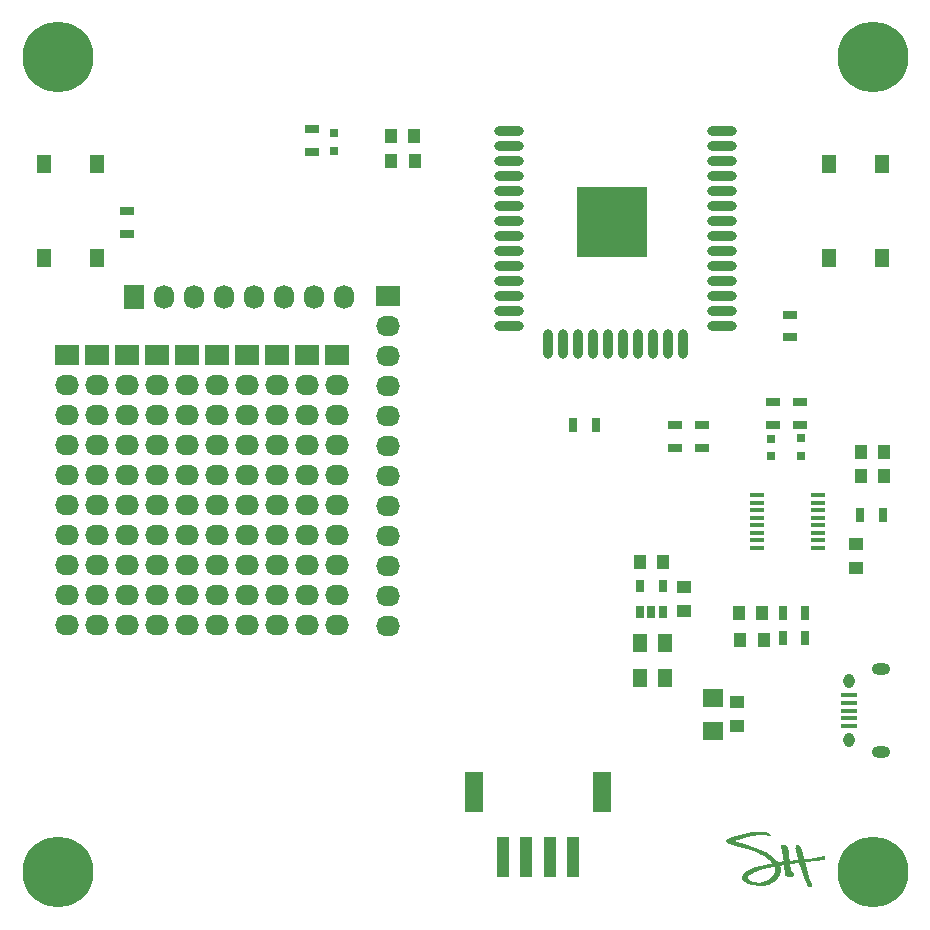
<source format=gbr>
G04 #@! TF.FileFunction,Soldermask,Top*
%FSLAX46Y46*%
G04 Gerber Fmt 4.6, Leading zero omitted, Abs format (unit mm)*
G04 Created by KiCad (PCBNEW 4.0.7) date 02/28/18 12:52:47*
%MOMM*%
%LPD*%
G01*
G04 APERTURE LIST*
%ADD10C,0.100000*%
%ADD11C,0.010000*%
%ADD12C,6.000000*%
%ADD13R,2.032000X1.727200*%
%ADD14O,2.032000X1.727200*%
%ADD15R,1.000000X1.250000*%
%ADD16R,0.797560X0.797560*%
%ADD17R,1.803400X1.600200*%
%ADD18R,1.000000X3.500000*%
%ADD19R,1.600000X3.400000*%
%ADD20R,1.350000X0.400000*%
%ADD21O,0.950000X1.250000*%
%ADD22O,1.550000X1.000000*%
%ADD23R,1.300000X1.550000*%
%ADD24R,0.650000X1.060000*%
%ADD25R,1.200000X0.400000*%
%ADD26O,2.500000X0.900000*%
%ADD27O,0.900000X2.500000*%
%ADD28R,6.000000X6.000000*%
%ADD29R,1.250000X1.000000*%
%ADD30R,0.700000X1.300000*%
%ADD31R,1.300000X0.700000*%
%ADD32R,1.200000X1.500000*%
%ADD33R,1.727200X2.032000*%
%ADD34O,1.727200X2.032000*%
G04 APERTURE END LIST*
D10*
D11*
G36*
X160015781Y-165605526D02*
X160068434Y-165634793D01*
X160109432Y-165658469D01*
X160141237Y-165678221D01*
X160166312Y-165695719D01*
X160187120Y-165712630D01*
X160206123Y-165730624D01*
X160216887Y-165741787D01*
X160232248Y-165760174D01*
X160248604Y-165782913D01*
X160263554Y-165806174D01*
X160274701Y-165826130D01*
X160279643Y-165838952D01*
X160279260Y-165841322D01*
X160271215Y-165840370D01*
X160251209Y-165836152D01*
X160222638Y-165829416D01*
X160201627Y-165824182D01*
X160108252Y-165803474D01*
X160003734Y-165785641D01*
X159892661Y-165771399D01*
X159816333Y-165764178D01*
X159756176Y-165760695D01*
X159683871Y-165758745D01*
X159603064Y-165758258D01*
X159517400Y-165759160D01*
X159430524Y-165761381D01*
X159346082Y-165764848D01*
X159267720Y-165769490D01*
X159199082Y-165775236D01*
X159186312Y-165776569D01*
X158935744Y-165809933D01*
X158676662Y-165856462D01*
X158409335Y-165916095D01*
X158134030Y-165988771D01*
X157851014Y-166074429D01*
X157799691Y-166091084D01*
X157732196Y-166113512D01*
X157662564Y-166137205D01*
X157592403Y-166161567D01*
X157523323Y-166186004D01*
X157456935Y-166209921D01*
X157394846Y-166232721D01*
X157338668Y-166253810D01*
X157290009Y-166272593D01*
X157250479Y-166288474D01*
X157221688Y-166300859D01*
X157205245Y-166309152D01*
X157201937Y-166312127D01*
X157204755Y-166314310D01*
X157213698Y-166318303D01*
X157229501Y-166324348D01*
X157252896Y-166332685D01*
X157284619Y-166343557D01*
X157325404Y-166357205D01*
X157375984Y-166373870D01*
X157437094Y-166393794D01*
X157509467Y-166417218D01*
X157593838Y-166444383D01*
X157690940Y-166475532D01*
X157801509Y-166510905D01*
X157926277Y-166550743D01*
X157963937Y-166562757D01*
X158119342Y-166612465D01*
X158260842Y-166658047D01*
X158389735Y-166699948D01*
X158507318Y-166738618D01*
X158614887Y-166774503D01*
X158713741Y-166808050D01*
X158805177Y-166839707D01*
X158890490Y-166869922D01*
X158970980Y-166899142D01*
X159047942Y-166927814D01*
X159122674Y-166956386D01*
X159196474Y-166985305D01*
X159243978Y-167004267D01*
X159466854Y-167097607D01*
X159674730Y-167192599D01*
X159868440Y-167289766D01*
X160048819Y-167389632D01*
X160216701Y-167492719D01*
X160372921Y-167599551D01*
X160518314Y-167710651D01*
X160653715Y-167826543D01*
X160779957Y-167947749D01*
X160827023Y-167996716D01*
X160856834Y-168028822D01*
X160885262Y-168060116D01*
X160909149Y-168087082D01*
X160925338Y-168106203D01*
X160925720Y-168106679D01*
X160952406Y-168140014D01*
X161015906Y-168135951D01*
X161048058Y-168132287D01*
X161090267Y-168125198D01*
X161137339Y-168115661D01*
X161184078Y-168104656D01*
X161189694Y-168103211D01*
X161249647Y-168088753D01*
X161307071Y-168077014D01*
X161359306Y-168068387D01*
X161403692Y-168063268D01*
X161437569Y-168062050D01*
X161454682Y-168063983D01*
X161473953Y-168068820D01*
X161468833Y-167990363D01*
X161460619Y-167883435D01*
X161449994Y-167780586D01*
X161436417Y-167678284D01*
X161419344Y-167572994D01*
X161398235Y-167461184D01*
X161372548Y-167339318D01*
X161361279Y-167288775D01*
X161337692Y-167183941D01*
X161317482Y-167093172D01*
X161300355Y-167015089D01*
X161286016Y-166948311D01*
X161274172Y-166891459D01*
X161264529Y-166843153D01*
X161256792Y-166802014D01*
X161253287Y-166782199D01*
X161246627Y-166743789D01*
X161243836Y-166717839D01*
X161247024Y-166701031D01*
X161258304Y-166690046D01*
X161279787Y-166681566D01*
X161313586Y-166672275D01*
X161325235Y-166669159D01*
X161400263Y-166655390D01*
X161470230Y-166655656D01*
X161534200Y-166669791D01*
X161591234Y-166697628D01*
X161623458Y-166722371D01*
X161657009Y-166756775D01*
X161687432Y-166797339D01*
X161714979Y-166845008D01*
X161739900Y-166900729D01*
X161762446Y-166965448D01*
X161782868Y-167040111D01*
X161801418Y-167125664D01*
X161818345Y-167223054D01*
X161833901Y-167333225D01*
X161848337Y-167457124D01*
X161861904Y-167595698D01*
X161865307Y-167634093D01*
X161870859Y-167697048D01*
X161876350Y-167757611D01*
X161881535Y-167813203D01*
X161886168Y-167861246D01*
X161890004Y-167899162D01*
X161892799Y-167924374D01*
X161893226Y-167927781D01*
X161896903Y-167957875D01*
X161899586Y-167983246D01*
X161900692Y-167998332D01*
X161901571Y-168003801D01*
X161905490Y-168007626D01*
X161914681Y-168009982D01*
X161931374Y-168011042D01*
X161957804Y-168010980D01*
X161996202Y-168009969D01*
X162033890Y-168008705D01*
X162161231Y-168000278D01*
X162286233Y-167984409D01*
X162293843Y-167983173D01*
X162379479Y-167970972D01*
X162464533Y-167963055D01*
X162556836Y-167958706D01*
X162563718Y-167958518D01*
X162706593Y-167954780D01*
X162705995Y-167885718D01*
X162705228Y-167860228D01*
X162703092Y-167834423D01*
X162699159Y-167806543D01*
X162693001Y-167774825D01*
X162684192Y-167737509D01*
X162672303Y-167692835D01*
X162656907Y-167639042D01*
X162637577Y-167574368D01*
X162613885Y-167497053D01*
X162603477Y-167463437D01*
X162568890Y-167349415D01*
X162540148Y-167249034D01*
X162516995Y-167161281D01*
X162499172Y-167085141D01*
X162486422Y-167019602D01*
X162480415Y-166979787D01*
X162474675Y-166902287D01*
X162479032Y-166836633D01*
X162493435Y-166782946D01*
X162517837Y-166741346D01*
X162552187Y-166711953D01*
X162596436Y-166694888D01*
X162597496Y-166694657D01*
X162645552Y-166690721D01*
X162691216Y-166700377D01*
X162734975Y-166724029D01*
X162777314Y-166762080D01*
X162818718Y-166814937D01*
X162859674Y-166883002D01*
X162885836Y-166934650D01*
X162916550Y-167004357D01*
X162946201Y-167082979D01*
X162975151Y-167171751D01*
X163003762Y-167271910D01*
X163032396Y-167384693D01*
X163061416Y-167511335D01*
X163079337Y-167595321D01*
X163090742Y-167650001D01*
X163101899Y-167703319D01*
X163112110Y-167751965D01*
X163120681Y-167792626D01*
X163126916Y-167821991D01*
X163128159Y-167827787D01*
X163140808Y-167886542D01*
X163281962Y-167881243D01*
X163362458Y-167877433D01*
X163442046Y-167871945D01*
X163522566Y-167864512D01*
X163605860Y-167854861D01*
X163693767Y-167842725D01*
X163788129Y-167827832D01*
X163890785Y-167809913D01*
X164003578Y-167788699D01*
X164128346Y-167763918D01*
X164242500Y-167740411D01*
X164375014Y-167713216D01*
X164493451Y-167689855D01*
X164597584Y-167670368D01*
X164687183Y-167654794D01*
X164762019Y-167643176D01*
X164821863Y-167635552D01*
X164848526Y-167633060D01*
X164915012Y-167627950D01*
X164920089Y-167655010D01*
X164920283Y-167688086D01*
X164910917Y-167732229D01*
X164892312Y-167786082D01*
X164884627Y-167804750D01*
X164874484Y-167828392D01*
X164867081Y-167845326D01*
X164864385Y-167851157D01*
X164855954Y-167853360D01*
X164833058Y-167857296D01*
X164796995Y-167862800D01*
X164749062Y-167869705D01*
X164690554Y-167877845D01*
X164622769Y-167887054D01*
X164547003Y-167897166D01*
X164464553Y-167908013D01*
X164376716Y-167919429D01*
X164284788Y-167931249D01*
X164190066Y-167943305D01*
X164093846Y-167955432D01*
X163997426Y-167967463D01*
X163902102Y-167979232D01*
X163809171Y-167990571D01*
X163719929Y-168001316D01*
X163635674Y-168011300D01*
X163557701Y-168020355D01*
X163487307Y-168028317D01*
X163460750Y-168031247D01*
X163398130Y-168038154D01*
X163340744Y-168044597D01*
X163290445Y-168050359D01*
X163249091Y-168055222D01*
X163218536Y-168058969D01*
X163200635Y-168061383D01*
X163196635Y-168062156D01*
X163198309Y-168070025D01*
X163204327Y-168090567D01*
X163213949Y-168121416D01*
X163226438Y-168160206D01*
X163241054Y-168204571D01*
X163241679Y-168206448D01*
X163261259Y-168266689D01*
X163280060Y-168327807D01*
X163298571Y-168391691D01*
X163317285Y-168460229D01*
X163336691Y-168535308D01*
X163357281Y-168618817D01*
X163379544Y-168712644D01*
X163403973Y-168818678D01*
X163425050Y-168911982D01*
X163445698Y-169003792D01*
X163463464Y-169082156D01*
X163478851Y-169149137D01*
X163492364Y-169206800D01*
X163504507Y-169257208D01*
X163515786Y-169302424D01*
X163526703Y-169344511D01*
X163537765Y-169385534D01*
X163549476Y-169427555D01*
X163560906Y-169467656D01*
X163580699Y-169534288D01*
X163598707Y-169589184D01*
X163616450Y-169636136D01*
X163635442Y-169678935D01*
X163657200Y-169721375D01*
X163675181Y-169753406D01*
X163709182Y-169813616D01*
X163735405Y-169863218D01*
X163755029Y-169904710D01*
X163769236Y-169940589D01*
X163779205Y-169973352D01*
X163779308Y-169973750D01*
X163786700Y-170016826D01*
X163787841Y-170060256D01*
X163783303Y-170100751D01*
X163773663Y-170135025D01*
X163759492Y-170159791D01*
X163744915Y-170170691D01*
X163713034Y-170176817D01*
X163672732Y-170175740D01*
X163629601Y-170167714D01*
X163620320Y-170165051D01*
X163583959Y-170147260D01*
X163546408Y-170117248D01*
X163510798Y-170078070D01*
X163480258Y-170032783D01*
X163474996Y-170023188D01*
X163462177Y-169996949D01*
X163445803Y-169960643D01*
X163427967Y-169919038D01*
X163410763Y-169876905D01*
X163410540Y-169876344D01*
X163393386Y-169833617D01*
X163372170Y-169781599D01*
X163349073Y-169725596D01*
X163326278Y-169670914D01*
X163315595Y-169645534D01*
X163275368Y-169547662D01*
X163231380Y-169435500D01*
X163183544Y-169308819D01*
X163131777Y-169167394D01*
X163075994Y-169010997D01*
X163043466Y-168918217D01*
X162999775Y-168792977D01*
X162960939Y-168681832D01*
X162926633Y-168583867D01*
X162896538Y-168498170D01*
X162870330Y-168423827D01*
X162847687Y-168359925D01*
X162828287Y-168305550D01*
X162811808Y-168259789D01*
X162797927Y-168221730D01*
X162794907Y-168213531D01*
X162759737Y-168118281D01*
X162721259Y-168119618D01*
X162702284Y-168120934D01*
X162669728Y-168123921D01*
X162625771Y-168128334D01*
X162572589Y-168133924D01*
X162512362Y-168140445D01*
X162447267Y-168147650D01*
X162379484Y-168155293D01*
X162311189Y-168163127D01*
X162244562Y-168170904D01*
X162181781Y-168178378D01*
X162125023Y-168185302D01*
X162076468Y-168191429D01*
X162038293Y-168196513D01*
X162021984Y-168198854D01*
X161932687Y-168212223D01*
X161932687Y-168257342D01*
X161934066Y-168280121D01*
X161937886Y-168314904D01*
X161943672Y-168358092D01*
X161950951Y-168406086D01*
X161957356Y-168444528D01*
X161969153Y-168517899D01*
X161977133Y-168581684D01*
X161981885Y-168641545D01*
X161983952Y-168700218D01*
X161985120Y-168747827D01*
X161986927Y-168781923D01*
X161989638Y-168804867D01*
X161993515Y-168819015D01*
X161997982Y-168825946D01*
X162008843Y-168834737D01*
X162030070Y-168850295D01*
X162058817Y-168870587D01*
X162092239Y-168893580D01*
X162100042Y-168898870D01*
X162147967Y-168932983D01*
X162183599Y-168962992D01*
X162209038Y-168991497D01*
X162226382Y-169021094D01*
X162237730Y-169054383D01*
X162242093Y-169074750D01*
X162246772Y-169132621D01*
X162238130Y-169181885D01*
X162216171Y-169222523D01*
X162206502Y-169233529D01*
X162175272Y-169261242D01*
X162142235Y-169280655D01*
X162103897Y-169292929D01*
X162056767Y-169299223D01*
X162004125Y-169300734D01*
X161956818Y-169299622D01*
X161913485Y-169296066D01*
X161870331Y-169289343D01*
X161823563Y-169278735D01*
X161769389Y-169263519D01*
X161709540Y-169244766D01*
X161624303Y-169217210D01*
X161612325Y-169163839D01*
X161595141Y-169081270D01*
X161577872Y-168987085D01*
X161561212Y-168885523D01*
X161545856Y-168780824D01*
X161532497Y-168677227D01*
X161532102Y-168673906D01*
X161528188Y-168639360D01*
X161523622Y-168596570D01*
X161518679Y-168548375D01*
X161513630Y-168497613D01*
X161508748Y-168447123D01*
X161504305Y-168399744D01*
X161500576Y-168358316D01*
X161497831Y-168325676D01*
X161496344Y-168304664D01*
X161496157Y-168299644D01*
X161490469Y-168296077D01*
X161472601Y-168297018D01*
X161441286Y-168302576D01*
X161427384Y-168305530D01*
X161403560Y-168311064D01*
X161370320Y-168319234D01*
X161330338Y-168329336D01*
X161286290Y-168340665D01*
X161240850Y-168352518D01*
X161196696Y-168364192D01*
X161156500Y-168374982D01*
X161122940Y-168384184D01*
X161098689Y-168391096D01*
X161086424Y-168395012D01*
X161085510Y-168395468D01*
X161087497Y-168402992D01*
X161094400Y-168421523D01*
X161104865Y-168447485D01*
X161108259Y-168455621D01*
X161139965Y-168551114D01*
X161158042Y-168653208D01*
X161162485Y-168760350D01*
X161153287Y-168870991D01*
X161130444Y-168983581D01*
X161110407Y-169050767D01*
X161059640Y-169178675D01*
X160994874Y-169302186D01*
X160917552Y-169419404D01*
X160829119Y-169528434D01*
X160731020Y-169627381D01*
X160624699Y-169714350D01*
X160581629Y-169744405D01*
X160442256Y-169827618D01*
X160294127Y-169897645D01*
X160137355Y-169954467D01*
X159972052Y-169998063D01*
X159798329Y-170028415D01*
X159616300Y-170045503D01*
X159426077Y-170049309D01*
X159227771Y-170039812D01*
X159021496Y-170016993D01*
X159007718Y-170015035D01*
X158835689Y-169986165D01*
X158678323Y-169951234D01*
X158535608Y-169910239D01*
X158407535Y-169863176D01*
X158338574Y-169832437D01*
X158261257Y-169793437D01*
X158196124Y-169755978D01*
X158139908Y-169717947D01*
X158089345Y-169677229D01*
X158065973Y-169655968D01*
X158020157Y-169608586D01*
X157986826Y-169563788D01*
X157963765Y-169518174D01*
X157951689Y-169480659D01*
X157947356Y-169461921D01*
X158378114Y-169461921D01*
X158385085Y-169498101D01*
X158400875Y-169530992D01*
X158427269Y-169564585D01*
X158456829Y-169594277D01*
X158508675Y-169635554D01*
X158574419Y-169675469D01*
X158652096Y-169713359D01*
X158739745Y-169748560D01*
X158835401Y-169780411D01*
X158937103Y-169808249D01*
X159042888Y-169831410D01*
X159150792Y-169849232D01*
X159242956Y-169859710D01*
X159302485Y-169864426D01*
X159351848Y-169866767D01*
X159396578Y-169866743D01*
X159442203Y-169864365D01*
X159489080Y-169860172D01*
X159622172Y-169840317D01*
X159753600Y-169808392D01*
X159882099Y-169765285D01*
X160006406Y-169711884D01*
X160125255Y-169649077D01*
X160237382Y-169577752D01*
X160341522Y-169498796D01*
X160436412Y-169413097D01*
X160520785Y-169321543D01*
X160593378Y-169225021D01*
X160652927Y-169124420D01*
X160698166Y-169020628D01*
X160702460Y-169008332D01*
X160722660Y-168941745D01*
X160735416Y-168880148D01*
X160741892Y-168816372D01*
X160743329Y-168756359D01*
X160735321Y-168650091D01*
X160711668Y-168546459D01*
X160686454Y-168477000D01*
X160671719Y-168442134D01*
X160661284Y-168419732D01*
X160653207Y-168407663D01*
X160645548Y-168403795D01*
X160636368Y-168405994D01*
X160626271Y-168410865D01*
X160608124Y-168417884D01*
X160579525Y-168426714D01*
X160545543Y-168435834D01*
X160531718Y-168439191D01*
X160382290Y-168474357D01*
X160247226Y-168506303D01*
X160125417Y-168535348D01*
X160015750Y-168561811D01*
X159917115Y-168586011D01*
X159828402Y-168608267D01*
X159748498Y-168628896D01*
X159676294Y-168648219D01*
X159610679Y-168666554D01*
X159550541Y-168684219D01*
X159494770Y-168701534D01*
X159442255Y-168718816D01*
X159391885Y-168736386D01*
X159342549Y-168754562D01*
X159293135Y-168773663D01*
X159242535Y-168794006D01*
X159189635Y-168815912D01*
X159133326Y-168839699D01*
X159127675Y-168842104D01*
X158993852Y-168900976D01*
X158875023Y-168957306D01*
X158770572Y-169011447D01*
X158679883Y-169063754D01*
X158602341Y-169114580D01*
X158537332Y-169164278D01*
X158487812Y-169209560D01*
X158442262Y-169260286D01*
X158409973Y-169307901D01*
X158389476Y-169355205D01*
X158379299Y-169405001D01*
X158378177Y-169418463D01*
X158378114Y-169461921D01*
X157947356Y-169461921D01*
X157945349Y-169453244D01*
X157942898Y-169431394D01*
X157944311Y-169408610D01*
X157949567Y-169378395D01*
X157951299Y-169369798D01*
X157969651Y-169306298D01*
X157999229Y-169237038D01*
X158038213Y-169165307D01*
X158084786Y-169094394D01*
X158137129Y-169027587D01*
X158146451Y-169016896D01*
X158197873Y-168966085D01*
X158263127Y-168913478D01*
X158340438Y-168860173D01*
X158428030Y-168807267D01*
X158524125Y-168755858D01*
X158626948Y-168707043D01*
X158695582Y-168677621D01*
X158763074Y-168650793D01*
X158832758Y-168625011D01*
X158905840Y-168599959D01*
X158983521Y-168575321D01*
X159067008Y-168550781D01*
X159157503Y-168526022D01*
X159256211Y-168500726D01*
X159364336Y-168474579D01*
X159483083Y-168447263D01*
X159613654Y-168418462D01*
X159757255Y-168387859D01*
X159915090Y-168355138D01*
X159948312Y-168348344D01*
X160056775Y-168326036D01*
X160157765Y-168304919D01*
X160249983Y-168285277D01*
X160332133Y-168267392D01*
X160402916Y-168251549D01*
X160461035Y-168238030D01*
X160505192Y-168227119D01*
X160514209Y-168224750D01*
X160544325Y-168216699D01*
X160518240Y-168183365D01*
X160495503Y-168156426D01*
X160463308Y-168121196D01*
X160423997Y-168080002D01*
X160379909Y-168035175D01*
X160333386Y-167989043D01*
X160286769Y-167943937D01*
X160242397Y-167902184D01*
X160202613Y-167866116D01*
X160178500Y-167845289D01*
X159993732Y-167700124D01*
X159795772Y-167563567D01*
X159584842Y-167435737D01*
X159361165Y-167316754D01*
X159124962Y-167206739D01*
X158876458Y-167105809D01*
X158658468Y-167028171D01*
X158594612Y-167007075D01*
X158533783Y-166987628D01*
X158473728Y-166969202D01*
X158412192Y-166951169D01*
X158346921Y-166932903D01*
X158275661Y-166913773D01*
X158196158Y-166893154D01*
X158106158Y-166870416D01*
X158003406Y-166844932D01*
X157979812Y-166839127D01*
X157870804Y-166812177D01*
X157774975Y-166788095D01*
X157690017Y-166766244D01*
X157613627Y-166745988D01*
X157543498Y-166726690D01*
X157477325Y-166707715D01*
X157412803Y-166688425D01*
X157347625Y-166668184D01*
X157279487Y-166646357D01*
X157268466Y-166642775D01*
X157214028Y-166625244D01*
X157158071Y-166607553D01*
X157104762Y-166590997D01*
X157058270Y-166576871D01*
X157023343Y-166566634D01*
X156926105Y-166537898D01*
X156843483Y-166510808D01*
X156774382Y-166484739D01*
X156717708Y-166459063D01*
X156672365Y-166433155D01*
X156637259Y-166406389D01*
X156611294Y-166378138D01*
X156593375Y-166347776D01*
X156582408Y-166314678D01*
X156582366Y-166314490D01*
X156579293Y-166274166D01*
X156590442Y-166239592D01*
X156610475Y-166213928D01*
X156640204Y-166190204D01*
X156683927Y-166163915D01*
X156740097Y-166135736D01*
X156807167Y-166106343D01*
X156883591Y-166076410D01*
X156967821Y-166046615D01*
X157058312Y-166017631D01*
X157063834Y-166015955D01*
X157121619Y-165998922D01*
X157192626Y-165978741D01*
X157274645Y-165955987D01*
X157365465Y-165931237D01*
X157462877Y-165905069D01*
X157564671Y-165878060D01*
X157668637Y-165850785D01*
X157772565Y-165823823D01*
X157874245Y-165797751D01*
X157971468Y-165773144D01*
X158062022Y-165750580D01*
X158143699Y-165730637D01*
X158214289Y-165713890D01*
X158265562Y-165702237D01*
X158486209Y-165656443D01*
X158696665Y-165618832D01*
X158900117Y-165589033D01*
X159099748Y-165566679D01*
X159298745Y-165551401D01*
X159500292Y-165542831D01*
X159662562Y-165540562D01*
X159896718Y-165540034D01*
X160015781Y-165605526D01*
X160015781Y-165605526D01*
G37*
X160015781Y-165605526D02*
X160068434Y-165634793D01*
X160109432Y-165658469D01*
X160141237Y-165678221D01*
X160166312Y-165695719D01*
X160187120Y-165712630D01*
X160206123Y-165730624D01*
X160216887Y-165741787D01*
X160232248Y-165760174D01*
X160248604Y-165782913D01*
X160263554Y-165806174D01*
X160274701Y-165826130D01*
X160279643Y-165838952D01*
X160279260Y-165841322D01*
X160271215Y-165840370D01*
X160251209Y-165836152D01*
X160222638Y-165829416D01*
X160201627Y-165824182D01*
X160108252Y-165803474D01*
X160003734Y-165785641D01*
X159892661Y-165771399D01*
X159816333Y-165764178D01*
X159756176Y-165760695D01*
X159683871Y-165758745D01*
X159603064Y-165758258D01*
X159517400Y-165759160D01*
X159430524Y-165761381D01*
X159346082Y-165764848D01*
X159267720Y-165769490D01*
X159199082Y-165775236D01*
X159186312Y-165776569D01*
X158935744Y-165809933D01*
X158676662Y-165856462D01*
X158409335Y-165916095D01*
X158134030Y-165988771D01*
X157851014Y-166074429D01*
X157799691Y-166091084D01*
X157732196Y-166113512D01*
X157662564Y-166137205D01*
X157592403Y-166161567D01*
X157523323Y-166186004D01*
X157456935Y-166209921D01*
X157394846Y-166232721D01*
X157338668Y-166253810D01*
X157290009Y-166272593D01*
X157250479Y-166288474D01*
X157221688Y-166300859D01*
X157205245Y-166309152D01*
X157201937Y-166312127D01*
X157204755Y-166314310D01*
X157213698Y-166318303D01*
X157229501Y-166324348D01*
X157252896Y-166332685D01*
X157284619Y-166343557D01*
X157325404Y-166357205D01*
X157375984Y-166373870D01*
X157437094Y-166393794D01*
X157509467Y-166417218D01*
X157593838Y-166444383D01*
X157690940Y-166475532D01*
X157801509Y-166510905D01*
X157926277Y-166550743D01*
X157963937Y-166562757D01*
X158119342Y-166612465D01*
X158260842Y-166658047D01*
X158389735Y-166699948D01*
X158507318Y-166738618D01*
X158614887Y-166774503D01*
X158713741Y-166808050D01*
X158805177Y-166839707D01*
X158890490Y-166869922D01*
X158970980Y-166899142D01*
X159047942Y-166927814D01*
X159122674Y-166956386D01*
X159196474Y-166985305D01*
X159243978Y-167004267D01*
X159466854Y-167097607D01*
X159674730Y-167192599D01*
X159868440Y-167289766D01*
X160048819Y-167389632D01*
X160216701Y-167492719D01*
X160372921Y-167599551D01*
X160518314Y-167710651D01*
X160653715Y-167826543D01*
X160779957Y-167947749D01*
X160827023Y-167996716D01*
X160856834Y-168028822D01*
X160885262Y-168060116D01*
X160909149Y-168087082D01*
X160925338Y-168106203D01*
X160925720Y-168106679D01*
X160952406Y-168140014D01*
X161015906Y-168135951D01*
X161048058Y-168132287D01*
X161090267Y-168125198D01*
X161137339Y-168115661D01*
X161184078Y-168104656D01*
X161189694Y-168103211D01*
X161249647Y-168088753D01*
X161307071Y-168077014D01*
X161359306Y-168068387D01*
X161403692Y-168063268D01*
X161437569Y-168062050D01*
X161454682Y-168063983D01*
X161473953Y-168068820D01*
X161468833Y-167990363D01*
X161460619Y-167883435D01*
X161449994Y-167780586D01*
X161436417Y-167678284D01*
X161419344Y-167572994D01*
X161398235Y-167461184D01*
X161372548Y-167339318D01*
X161361279Y-167288775D01*
X161337692Y-167183941D01*
X161317482Y-167093172D01*
X161300355Y-167015089D01*
X161286016Y-166948311D01*
X161274172Y-166891459D01*
X161264529Y-166843153D01*
X161256792Y-166802014D01*
X161253287Y-166782199D01*
X161246627Y-166743789D01*
X161243836Y-166717839D01*
X161247024Y-166701031D01*
X161258304Y-166690046D01*
X161279787Y-166681566D01*
X161313586Y-166672275D01*
X161325235Y-166669159D01*
X161400263Y-166655390D01*
X161470230Y-166655656D01*
X161534200Y-166669791D01*
X161591234Y-166697628D01*
X161623458Y-166722371D01*
X161657009Y-166756775D01*
X161687432Y-166797339D01*
X161714979Y-166845008D01*
X161739900Y-166900729D01*
X161762446Y-166965448D01*
X161782868Y-167040111D01*
X161801418Y-167125664D01*
X161818345Y-167223054D01*
X161833901Y-167333225D01*
X161848337Y-167457124D01*
X161861904Y-167595698D01*
X161865307Y-167634093D01*
X161870859Y-167697048D01*
X161876350Y-167757611D01*
X161881535Y-167813203D01*
X161886168Y-167861246D01*
X161890004Y-167899162D01*
X161892799Y-167924374D01*
X161893226Y-167927781D01*
X161896903Y-167957875D01*
X161899586Y-167983246D01*
X161900692Y-167998332D01*
X161901571Y-168003801D01*
X161905490Y-168007626D01*
X161914681Y-168009982D01*
X161931374Y-168011042D01*
X161957804Y-168010980D01*
X161996202Y-168009969D01*
X162033890Y-168008705D01*
X162161231Y-168000278D01*
X162286233Y-167984409D01*
X162293843Y-167983173D01*
X162379479Y-167970972D01*
X162464533Y-167963055D01*
X162556836Y-167958706D01*
X162563718Y-167958518D01*
X162706593Y-167954780D01*
X162705995Y-167885718D01*
X162705228Y-167860228D01*
X162703092Y-167834423D01*
X162699159Y-167806543D01*
X162693001Y-167774825D01*
X162684192Y-167737509D01*
X162672303Y-167692835D01*
X162656907Y-167639042D01*
X162637577Y-167574368D01*
X162613885Y-167497053D01*
X162603477Y-167463437D01*
X162568890Y-167349415D01*
X162540148Y-167249034D01*
X162516995Y-167161281D01*
X162499172Y-167085141D01*
X162486422Y-167019602D01*
X162480415Y-166979787D01*
X162474675Y-166902287D01*
X162479032Y-166836633D01*
X162493435Y-166782946D01*
X162517837Y-166741346D01*
X162552187Y-166711953D01*
X162596436Y-166694888D01*
X162597496Y-166694657D01*
X162645552Y-166690721D01*
X162691216Y-166700377D01*
X162734975Y-166724029D01*
X162777314Y-166762080D01*
X162818718Y-166814937D01*
X162859674Y-166883002D01*
X162885836Y-166934650D01*
X162916550Y-167004357D01*
X162946201Y-167082979D01*
X162975151Y-167171751D01*
X163003762Y-167271910D01*
X163032396Y-167384693D01*
X163061416Y-167511335D01*
X163079337Y-167595321D01*
X163090742Y-167650001D01*
X163101899Y-167703319D01*
X163112110Y-167751965D01*
X163120681Y-167792626D01*
X163126916Y-167821991D01*
X163128159Y-167827787D01*
X163140808Y-167886542D01*
X163281962Y-167881243D01*
X163362458Y-167877433D01*
X163442046Y-167871945D01*
X163522566Y-167864512D01*
X163605860Y-167854861D01*
X163693767Y-167842725D01*
X163788129Y-167827832D01*
X163890785Y-167809913D01*
X164003578Y-167788699D01*
X164128346Y-167763918D01*
X164242500Y-167740411D01*
X164375014Y-167713216D01*
X164493451Y-167689855D01*
X164597584Y-167670368D01*
X164687183Y-167654794D01*
X164762019Y-167643176D01*
X164821863Y-167635552D01*
X164848526Y-167633060D01*
X164915012Y-167627950D01*
X164920089Y-167655010D01*
X164920283Y-167688086D01*
X164910917Y-167732229D01*
X164892312Y-167786082D01*
X164884627Y-167804750D01*
X164874484Y-167828392D01*
X164867081Y-167845326D01*
X164864385Y-167851157D01*
X164855954Y-167853360D01*
X164833058Y-167857296D01*
X164796995Y-167862800D01*
X164749062Y-167869705D01*
X164690554Y-167877845D01*
X164622769Y-167887054D01*
X164547003Y-167897166D01*
X164464553Y-167908013D01*
X164376716Y-167919429D01*
X164284788Y-167931249D01*
X164190066Y-167943305D01*
X164093846Y-167955432D01*
X163997426Y-167967463D01*
X163902102Y-167979232D01*
X163809171Y-167990571D01*
X163719929Y-168001316D01*
X163635674Y-168011300D01*
X163557701Y-168020355D01*
X163487307Y-168028317D01*
X163460750Y-168031247D01*
X163398130Y-168038154D01*
X163340744Y-168044597D01*
X163290445Y-168050359D01*
X163249091Y-168055222D01*
X163218536Y-168058969D01*
X163200635Y-168061383D01*
X163196635Y-168062156D01*
X163198309Y-168070025D01*
X163204327Y-168090567D01*
X163213949Y-168121416D01*
X163226438Y-168160206D01*
X163241054Y-168204571D01*
X163241679Y-168206448D01*
X163261259Y-168266689D01*
X163280060Y-168327807D01*
X163298571Y-168391691D01*
X163317285Y-168460229D01*
X163336691Y-168535308D01*
X163357281Y-168618817D01*
X163379544Y-168712644D01*
X163403973Y-168818678D01*
X163425050Y-168911982D01*
X163445698Y-169003792D01*
X163463464Y-169082156D01*
X163478851Y-169149137D01*
X163492364Y-169206800D01*
X163504507Y-169257208D01*
X163515786Y-169302424D01*
X163526703Y-169344511D01*
X163537765Y-169385534D01*
X163549476Y-169427555D01*
X163560906Y-169467656D01*
X163580699Y-169534288D01*
X163598707Y-169589184D01*
X163616450Y-169636136D01*
X163635442Y-169678935D01*
X163657200Y-169721375D01*
X163675181Y-169753406D01*
X163709182Y-169813616D01*
X163735405Y-169863218D01*
X163755029Y-169904710D01*
X163769236Y-169940589D01*
X163779205Y-169973352D01*
X163779308Y-169973750D01*
X163786700Y-170016826D01*
X163787841Y-170060256D01*
X163783303Y-170100751D01*
X163773663Y-170135025D01*
X163759492Y-170159791D01*
X163744915Y-170170691D01*
X163713034Y-170176817D01*
X163672732Y-170175740D01*
X163629601Y-170167714D01*
X163620320Y-170165051D01*
X163583959Y-170147260D01*
X163546408Y-170117248D01*
X163510798Y-170078070D01*
X163480258Y-170032783D01*
X163474996Y-170023188D01*
X163462177Y-169996949D01*
X163445803Y-169960643D01*
X163427967Y-169919038D01*
X163410763Y-169876905D01*
X163410540Y-169876344D01*
X163393386Y-169833617D01*
X163372170Y-169781599D01*
X163349073Y-169725596D01*
X163326278Y-169670914D01*
X163315595Y-169645534D01*
X163275368Y-169547662D01*
X163231380Y-169435500D01*
X163183544Y-169308819D01*
X163131777Y-169167394D01*
X163075994Y-169010997D01*
X163043466Y-168918217D01*
X162999775Y-168792977D01*
X162960939Y-168681832D01*
X162926633Y-168583867D01*
X162896538Y-168498170D01*
X162870330Y-168423827D01*
X162847687Y-168359925D01*
X162828287Y-168305550D01*
X162811808Y-168259789D01*
X162797927Y-168221730D01*
X162794907Y-168213531D01*
X162759737Y-168118281D01*
X162721259Y-168119618D01*
X162702284Y-168120934D01*
X162669728Y-168123921D01*
X162625771Y-168128334D01*
X162572589Y-168133924D01*
X162512362Y-168140445D01*
X162447267Y-168147650D01*
X162379484Y-168155293D01*
X162311189Y-168163127D01*
X162244562Y-168170904D01*
X162181781Y-168178378D01*
X162125023Y-168185302D01*
X162076468Y-168191429D01*
X162038293Y-168196513D01*
X162021984Y-168198854D01*
X161932687Y-168212223D01*
X161932687Y-168257342D01*
X161934066Y-168280121D01*
X161937886Y-168314904D01*
X161943672Y-168358092D01*
X161950951Y-168406086D01*
X161957356Y-168444528D01*
X161969153Y-168517899D01*
X161977133Y-168581684D01*
X161981885Y-168641545D01*
X161983952Y-168700218D01*
X161985120Y-168747827D01*
X161986927Y-168781923D01*
X161989638Y-168804867D01*
X161993515Y-168819015D01*
X161997982Y-168825946D01*
X162008843Y-168834737D01*
X162030070Y-168850295D01*
X162058817Y-168870587D01*
X162092239Y-168893580D01*
X162100042Y-168898870D01*
X162147967Y-168932983D01*
X162183599Y-168962992D01*
X162209038Y-168991497D01*
X162226382Y-169021094D01*
X162237730Y-169054383D01*
X162242093Y-169074750D01*
X162246772Y-169132621D01*
X162238130Y-169181885D01*
X162216171Y-169222523D01*
X162206502Y-169233529D01*
X162175272Y-169261242D01*
X162142235Y-169280655D01*
X162103897Y-169292929D01*
X162056767Y-169299223D01*
X162004125Y-169300734D01*
X161956818Y-169299622D01*
X161913485Y-169296066D01*
X161870331Y-169289343D01*
X161823563Y-169278735D01*
X161769389Y-169263519D01*
X161709540Y-169244766D01*
X161624303Y-169217210D01*
X161612325Y-169163839D01*
X161595141Y-169081270D01*
X161577872Y-168987085D01*
X161561212Y-168885523D01*
X161545856Y-168780824D01*
X161532497Y-168677227D01*
X161532102Y-168673906D01*
X161528188Y-168639360D01*
X161523622Y-168596570D01*
X161518679Y-168548375D01*
X161513630Y-168497613D01*
X161508748Y-168447123D01*
X161504305Y-168399744D01*
X161500576Y-168358316D01*
X161497831Y-168325676D01*
X161496344Y-168304664D01*
X161496157Y-168299644D01*
X161490469Y-168296077D01*
X161472601Y-168297018D01*
X161441286Y-168302576D01*
X161427384Y-168305530D01*
X161403560Y-168311064D01*
X161370320Y-168319234D01*
X161330338Y-168329336D01*
X161286290Y-168340665D01*
X161240850Y-168352518D01*
X161196696Y-168364192D01*
X161156500Y-168374982D01*
X161122940Y-168384184D01*
X161098689Y-168391096D01*
X161086424Y-168395012D01*
X161085510Y-168395468D01*
X161087497Y-168402992D01*
X161094400Y-168421523D01*
X161104865Y-168447485D01*
X161108259Y-168455621D01*
X161139965Y-168551114D01*
X161158042Y-168653208D01*
X161162485Y-168760350D01*
X161153287Y-168870991D01*
X161130444Y-168983581D01*
X161110407Y-169050767D01*
X161059640Y-169178675D01*
X160994874Y-169302186D01*
X160917552Y-169419404D01*
X160829119Y-169528434D01*
X160731020Y-169627381D01*
X160624699Y-169714350D01*
X160581629Y-169744405D01*
X160442256Y-169827618D01*
X160294127Y-169897645D01*
X160137355Y-169954467D01*
X159972052Y-169998063D01*
X159798329Y-170028415D01*
X159616300Y-170045503D01*
X159426077Y-170049309D01*
X159227771Y-170039812D01*
X159021496Y-170016993D01*
X159007718Y-170015035D01*
X158835689Y-169986165D01*
X158678323Y-169951234D01*
X158535608Y-169910239D01*
X158407535Y-169863176D01*
X158338574Y-169832437D01*
X158261257Y-169793437D01*
X158196124Y-169755978D01*
X158139908Y-169717947D01*
X158089345Y-169677229D01*
X158065973Y-169655968D01*
X158020157Y-169608586D01*
X157986826Y-169563788D01*
X157963765Y-169518174D01*
X157951689Y-169480659D01*
X157947356Y-169461921D01*
X158378114Y-169461921D01*
X158385085Y-169498101D01*
X158400875Y-169530992D01*
X158427269Y-169564585D01*
X158456829Y-169594277D01*
X158508675Y-169635554D01*
X158574419Y-169675469D01*
X158652096Y-169713359D01*
X158739745Y-169748560D01*
X158835401Y-169780411D01*
X158937103Y-169808249D01*
X159042888Y-169831410D01*
X159150792Y-169849232D01*
X159242956Y-169859710D01*
X159302485Y-169864426D01*
X159351848Y-169866767D01*
X159396578Y-169866743D01*
X159442203Y-169864365D01*
X159489080Y-169860172D01*
X159622172Y-169840317D01*
X159753600Y-169808392D01*
X159882099Y-169765285D01*
X160006406Y-169711884D01*
X160125255Y-169649077D01*
X160237382Y-169577752D01*
X160341522Y-169498796D01*
X160436412Y-169413097D01*
X160520785Y-169321543D01*
X160593378Y-169225021D01*
X160652927Y-169124420D01*
X160698166Y-169020628D01*
X160702460Y-169008332D01*
X160722660Y-168941745D01*
X160735416Y-168880148D01*
X160741892Y-168816372D01*
X160743329Y-168756359D01*
X160735321Y-168650091D01*
X160711668Y-168546459D01*
X160686454Y-168477000D01*
X160671719Y-168442134D01*
X160661284Y-168419732D01*
X160653207Y-168407663D01*
X160645548Y-168403795D01*
X160636368Y-168405994D01*
X160626271Y-168410865D01*
X160608124Y-168417884D01*
X160579525Y-168426714D01*
X160545543Y-168435834D01*
X160531718Y-168439191D01*
X160382290Y-168474357D01*
X160247226Y-168506303D01*
X160125417Y-168535348D01*
X160015750Y-168561811D01*
X159917115Y-168586011D01*
X159828402Y-168608267D01*
X159748498Y-168628896D01*
X159676294Y-168648219D01*
X159610679Y-168666554D01*
X159550541Y-168684219D01*
X159494770Y-168701534D01*
X159442255Y-168718816D01*
X159391885Y-168736386D01*
X159342549Y-168754562D01*
X159293135Y-168773663D01*
X159242535Y-168794006D01*
X159189635Y-168815912D01*
X159133326Y-168839699D01*
X159127675Y-168842104D01*
X158993852Y-168900976D01*
X158875023Y-168957306D01*
X158770572Y-169011447D01*
X158679883Y-169063754D01*
X158602341Y-169114580D01*
X158537332Y-169164278D01*
X158487812Y-169209560D01*
X158442262Y-169260286D01*
X158409973Y-169307901D01*
X158389476Y-169355205D01*
X158379299Y-169405001D01*
X158378177Y-169418463D01*
X158378114Y-169461921D01*
X157947356Y-169461921D01*
X157945349Y-169453244D01*
X157942898Y-169431394D01*
X157944311Y-169408610D01*
X157949567Y-169378395D01*
X157951299Y-169369798D01*
X157969651Y-169306298D01*
X157999229Y-169237038D01*
X158038213Y-169165307D01*
X158084786Y-169094394D01*
X158137129Y-169027587D01*
X158146451Y-169016896D01*
X158197873Y-168966085D01*
X158263127Y-168913478D01*
X158340438Y-168860173D01*
X158428030Y-168807267D01*
X158524125Y-168755858D01*
X158626948Y-168707043D01*
X158695582Y-168677621D01*
X158763074Y-168650793D01*
X158832758Y-168625011D01*
X158905840Y-168599959D01*
X158983521Y-168575321D01*
X159067008Y-168550781D01*
X159157503Y-168526022D01*
X159256211Y-168500726D01*
X159364336Y-168474579D01*
X159483083Y-168447263D01*
X159613654Y-168418462D01*
X159757255Y-168387859D01*
X159915090Y-168355138D01*
X159948312Y-168348344D01*
X160056775Y-168326036D01*
X160157765Y-168304919D01*
X160249983Y-168285277D01*
X160332133Y-168267392D01*
X160402916Y-168251549D01*
X160461035Y-168238030D01*
X160505192Y-168227119D01*
X160514209Y-168224750D01*
X160544325Y-168216699D01*
X160518240Y-168183365D01*
X160495503Y-168156426D01*
X160463308Y-168121196D01*
X160423997Y-168080002D01*
X160379909Y-168035175D01*
X160333386Y-167989043D01*
X160286769Y-167943937D01*
X160242397Y-167902184D01*
X160202613Y-167866116D01*
X160178500Y-167845289D01*
X159993732Y-167700124D01*
X159795772Y-167563567D01*
X159584842Y-167435737D01*
X159361165Y-167316754D01*
X159124962Y-167206739D01*
X158876458Y-167105809D01*
X158658468Y-167028171D01*
X158594612Y-167007075D01*
X158533783Y-166987628D01*
X158473728Y-166969202D01*
X158412192Y-166951169D01*
X158346921Y-166932903D01*
X158275661Y-166913773D01*
X158196158Y-166893154D01*
X158106158Y-166870416D01*
X158003406Y-166844932D01*
X157979812Y-166839127D01*
X157870804Y-166812177D01*
X157774975Y-166788095D01*
X157690017Y-166766244D01*
X157613627Y-166745988D01*
X157543498Y-166726690D01*
X157477325Y-166707715D01*
X157412803Y-166688425D01*
X157347625Y-166668184D01*
X157279487Y-166646357D01*
X157268466Y-166642775D01*
X157214028Y-166625244D01*
X157158071Y-166607553D01*
X157104762Y-166590997D01*
X157058270Y-166576871D01*
X157023343Y-166566634D01*
X156926105Y-166537898D01*
X156843483Y-166510808D01*
X156774382Y-166484739D01*
X156717708Y-166459063D01*
X156672365Y-166433155D01*
X156637259Y-166406389D01*
X156611294Y-166378138D01*
X156593375Y-166347776D01*
X156582408Y-166314678D01*
X156582366Y-166314490D01*
X156579293Y-166274166D01*
X156590442Y-166239592D01*
X156610475Y-166213928D01*
X156640204Y-166190204D01*
X156683927Y-166163915D01*
X156740097Y-166135736D01*
X156807167Y-166106343D01*
X156883591Y-166076410D01*
X156967821Y-166046615D01*
X157058312Y-166017631D01*
X157063834Y-166015955D01*
X157121619Y-165998922D01*
X157192626Y-165978741D01*
X157274645Y-165955987D01*
X157365465Y-165931237D01*
X157462877Y-165905069D01*
X157564671Y-165878060D01*
X157668637Y-165850785D01*
X157772565Y-165823823D01*
X157874245Y-165797751D01*
X157971468Y-165773144D01*
X158062022Y-165750580D01*
X158143699Y-165730637D01*
X158214289Y-165713890D01*
X158265562Y-165702237D01*
X158486209Y-165656443D01*
X158696665Y-165618832D01*
X158900117Y-165589033D01*
X159099748Y-165566679D01*
X159298745Y-165551401D01*
X159500292Y-165542831D01*
X159662562Y-165540562D01*
X159896718Y-165540034D01*
X160015781Y-165605526D01*
D12*
X100000000Y-100000000D03*
X100000000Y-169000000D03*
X169000000Y-169000000D03*
D13*
X123630000Y-125220000D03*
D14*
X123630000Y-127760000D03*
X123630000Y-130300000D03*
X123630000Y-132840000D03*
X123630000Y-135380000D03*
X123630000Y-137920000D03*
X123630000Y-140460000D03*
X123630000Y-143000000D03*
X123630000Y-145540000D03*
X123630000Y-148080000D03*
D13*
X121090000Y-125220000D03*
D14*
X121090000Y-127760000D03*
X121090000Y-130300000D03*
X121090000Y-132840000D03*
X121090000Y-135380000D03*
X121090000Y-137920000D03*
X121090000Y-140460000D03*
X121090000Y-143000000D03*
X121090000Y-145540000D03*
X121090000Y-148080000D03*
D13*
X118550000Y-125220000D03*
D14*
X118550000Y-127760000D03*
X118550000Y-130300000D03*
X118550000Y-132840000D03*
X118550000Y-135380000D03*
X118550000Y-137920000D03*
X118550000Y-140460000D03*
X118550000Y-143000000D03*
X118550000Y-145540000D03*
X118550000Y-148080000D03*
D13*
X116010000Y-125220000D03*
D14*
X116010000Y-127760000D03*
X116010000Y-130300000D03*
X116010000Y-132840000D03*
X116010000Y-135380000D03*
X116010000Y-137920000D03*
X116010000Y-140460000D03*
X116010000Y-143000000D03*
X116010000Y-145540000D03*
X116010000Y-148080000D03*
D13*
X113470000Y-125220000D03*
D14*
X113470000Y-127760000D03*
X113470000Y-130300000D03*
X113470000Y-132840000D03*
X113470000Y-135380000D03*
X113470000Y-137920000D03*
X113470000Y-140460000D03*
X113470000Y-143000000D03*
X113470000Y-145540000D03*
X113470000Y-148080000D03*
D13*
X110930000Y-125220000D03*
D14*
X110930000Y-127760000D03*
X110930000Y-130300000D03*
X110930000Y-132840000D03*
X110930000Y-135380000D03*
X110930000Y-137920000D03*
X110930000Y-140460000D03*
X110930000Y-143000000D03*
X110930000Y-145540000D03*
X110930000Y-148080000D03*
D13*
X108390000Y-125220000D03*
D14*
X108390000Y-127760000D03*
X108390000Y-130300000D03*
X108390000Y-132840000D03*
X108390000Y-135380000D03*
X108390000Y-137920000D03*
X108390000Y-140460000D03*
X108390000Y-143000000D03*
X108390000Y-145540000D03*
X108390000Y-148080000D03*
D13*
X105850000Y-125220000D03*
D14*
X105850000Y-127760000D03*
X105850000Y-130300000D03*
X105850000Y-132840000D03*
X105850000Y-135380000D03*
X105850000Y-137920000D03*
X105850000Y-140460000D03*
X105850000Y-143000000D03*
X105850000Y-145540000D03*
X105850000Y-148080000D03*
D13*
X103310000Y-125220000D03*
D14*
X103310000Y-127760000D03*
X103310000Y-130300000D03*
X103310000Y-132840000D03*
X103310000Y-135380000D03*
X103310000Y-137920000D03*
X103310000Y-140460000D03*
X103310000Y-143000000D03*
X103310000Y-145540000D03*
X103310000Y-148080000D03*
D15*
X170000000Y-133400000D03*
X168000000Y-133400000D03*
X130210000Y-106630000D03*
X128210000Y-106630000D03*
D16*
X123380000Y-106410000D03*
X123380000Y-107908600D03*
X162910000Y-132240700D03*
X162910000Y-133739300D03*
X160430000Y-132270700D03*
X160430000Y-133769300D03*
D17*
X155460000Y-154203000D03*
X155460000Y-156997000D03*
D18*
X143670000Y-167705000D03*
X141670000Y-167705000D03*
X139670000Y-167705000D03*
X137670000Y-167705000D03*
D19*
X146070000Y-162155000D03*
X135270000Y-162155000D03*
D20*
X167037460Y-156600900D03*
X167037460Y-155950900D03*
X167037460Y-155300900D03*
X167037460Y-154650900D03*
X167037460Y-154000900D03*
D21*
X167037460Y-157800900D03*
X167037460Y-152800900D03*
D22*
X169737460Y-158800900D03*
X169737460Y-151800900D03*
D23*
X165290000Y-116975000D03*
X169790000Y-116975000D03*
X169790000Y-109025000D03*
X165290000Y-109025000D03*
X98810000Y-116975000D03*
X103310000Y-116975000D03*
X103310000Y-109025000D03*
X98810000Y-109025000D03*
D24*
X149320000Y-146960000D03*
X150270000Y-146960000D03*
X151220000Y-146960000D03*
X151220000Y-144760000D03*
X149320000Y-144760000D03*
D25*
X159200000Y-137077500D03*
X159200000Y-137712500D03*
X159200000Y-138347500D03*
X159200000Y-138982500D03*
X159200000Y-139617500D03*
X159200000Y-140252500D03*
X159200000Y-140887500D03*
X159200000Y-141522500D03*
X164400000Y-141522500D03*
X164400000Y-140887500D03*
X164400000Y-140252500D03*
X164400000Y-139617500D03*
X164400000Y-138982500D03*
X164400000Y-138347500D03*
X164400000Y-137712500D03*
X164400000Y-137077500D03*
D26*
X156217434Y-106262662D03*
X156217434Y-107532662D03*
X156217434Y-108802662D03*
X156217434Y-110072662D03*
X156217434Y-111342662D03*
X156217434Y-112612662D03*
X156217434Y-113882662D03*
X156217434Y-115152662D03*
X156217434Y-116422662D03*
X156217434Y-117692662D03*
X156217434Y-118962662D03*
X156217434Y-120232662D03*
X156217434Y-121502662D03*
X156217434Y-122772662D03*
D27*
X152932434Y-124262662D03*
X151662434Y-124262662D03*
X150392434Y-124262662D03*
X149122434Y-124262662D03*
X147852434Y-124262662D03*
X146582434Y-124262662D03*
X145312434Y-124262662D03*
X144042434Y-124262662D03*
X142772434Y-124262662D03*
X141502434Y-124262662D03*
D26*
X138217434Y-122772662D03*
X138217434Y-121502662D03*
X138217434Y-120232662D03*
X138217434Y-118962662D03*
X138217434Y-117692662D03*
X138217434Y-116422662D03*
X138217434Y-115152662D03*
X138217434Y-113882662D03*
X138217434Y-112612662D03*
X138217434Y-111342662D03*
X138217434Y-110072662D03*
X138217434Y-108802662D03*
X138217434Y-107532662D03*
X138217434Y-106262662D03*
D28*
X146917434Y-113962662D03*
D29*
X157560000Y-154600000D03*
X157560000Y-156600000D03*
X153070000Y-146860000D03*
X153070000Y-144860000D03*
D15*
X149270000Y-142760000D03*
X151270000Y-142760000D03*
X157820000Y-149330000D03*
X159820000Y-149330000D03*
X157670000Y-147050000D03*
X159670000Y-147050000D03*
D29*
X167600000Y-143200000D03*
X167600000Y-141200000D03*
D15*
X170000000Y-135400000D03*
X168000000Y-135400000D03*
X130240000Y-108770000D03*
X128240000Y-108770000D03*
D30*
X143680000Y-131120000D03*
X145580000Y-131120000D03*
D31*
X121500000Y-106080000D03*
X121500000Y-107980000D03*
X105840000Y-113040000D03*
X105840000Y-114940000D03*
X162030000Y-123690000D03*
X162030000Y-121790000D03*
X154600000Y-131160000D03*
X154600000Y-133060000D03*
X152300000Y-131150000D03*
X152300000Y-133050000D03*
D30*
X163280000Y-149190000D03*
X161380000Y-149190000D03*
X163300000Y-147010000D03*
X161400000Y-147010000D03*
D31*
X162870000Y-129200000D03*
X162870000Y-131100000D03*
X160580000Y-129200000D03*
X160580000Y-131100000D03*
D32*
X151470000Y-152510000D03*
X151470000Y-149610000D03*
X149270000Y-152510000D03*
X149270000Y-149610000D03*
D30*
X167950000Y-138700000D03*
X169850000Y-138700000D03*
D13*
X127980000Y-120230000D03*
D14*
X127980000Y-122770000D03*
X127980000Y-125310000D03*
X127980000Y-127850000D03*
X127980000Y-130390000D03*
X127980000Y-132930000D03*
X127980000Y-135470000D03*
X127980000Y-138010000D03*
X127980000Y-140550000D03*
X127980000Y-143090000D03*
X127980000Y-145630000D03*
X127980000Y-148170000D03*
D13*
X100770000Y-125220000D03*
D14*
X100770000Y-127760000D03*
X100770000Y-130300000D03*
X100770000Y-132840000D03*
X100770000Y-135380000D03*
X100770000Y-137920000D03*
X100770000Y-140460000D03*
X100770000Y-143000000D03*
X100770000Y-145540000D03*
X100770000Y-148080000D03*
D12*
X169000000Y-100000000D03*
D33*
X106480000Y-120300000D03*
D34*
X109020000Y-120300000D03*
X111560000Y-120300000D03*
X114100000Y-120300000D03*
X116640000Y-120300000D03*
X119180000Y-120300000D03*
X121720000Y-120300000D03*
X124260000Y-120300000D03*
M02*

</source>
